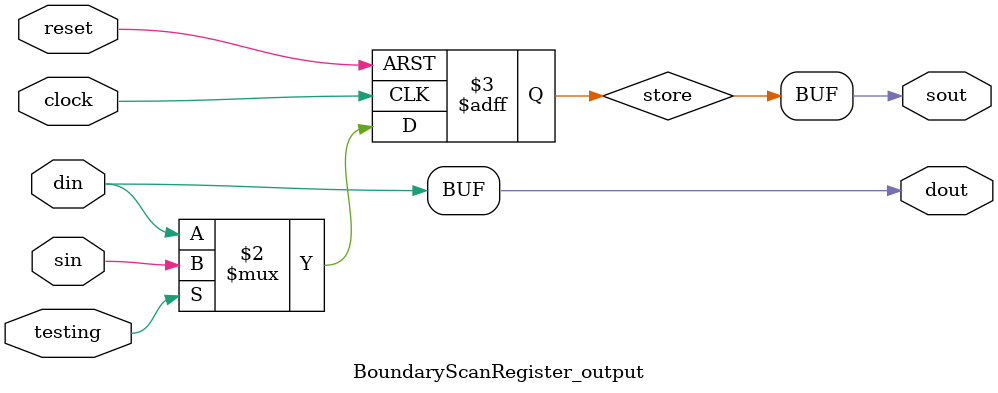
<source format=v>
module BoundaryScanRegister_input (
    din,
    dout,
    sin,
    sout,
    clock,
    reset,
    testing
);
    input din; output dout;
    input sin; output sout;
    input clock, reset, testing;

    reg store;

    always @ (posedge clock or posedge reset) begin
        if ( reset) begin
            store <= 1'b0;
        end else begin
            store <= sin;
        end
    end

    assign sout = store;
    assign dout = testing ? store : din;

endmodule
    
module BoundaryScanRegister_output (
    din,
    dout,
    sin,
    sout,
    clock,
    reset,
    testing
);
    input din; output dout;
    input sin; output sout;
    input clock, reset, testing;

    reg store;

    always @ (posedge clock or posedge reset) begin
        if ( reset) begin
            store <= 1'b0;
        end else begin
            store <= testing ? sin: din;
        end
    end

    assign sout = store;
    assign dout = din;

endmodule
    

</source>
